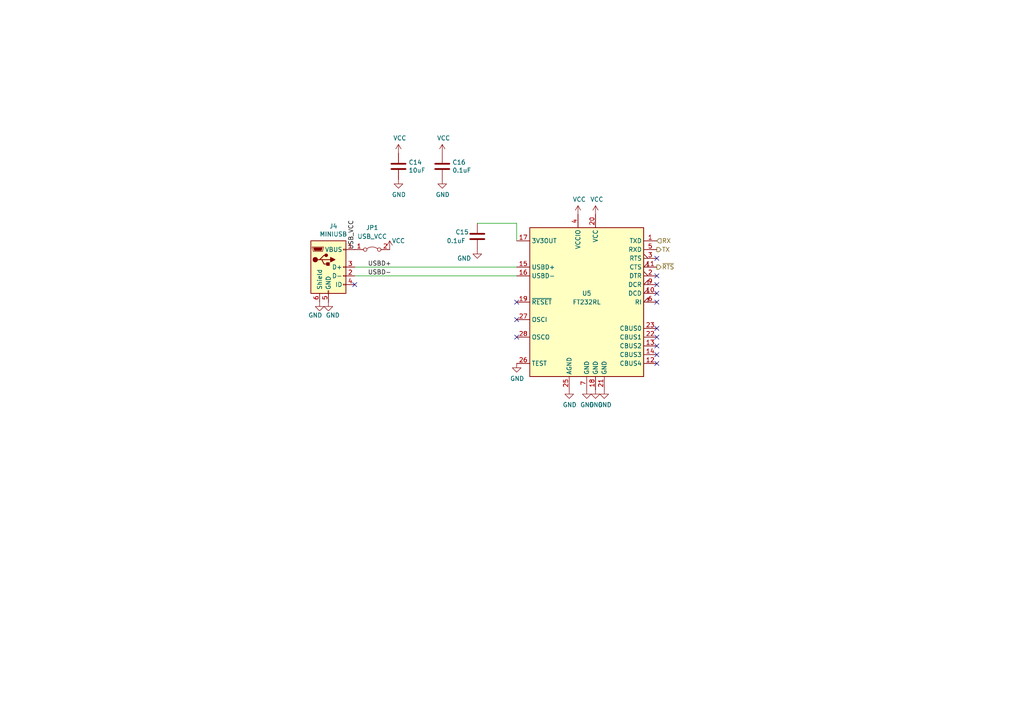
<source format=kicad_sch>
(kicad_sch (version 20211123) (generator eeschema)
  (paper "A4")
  (lib_symbols
    (symbol "Device:C" (pin_numbers hide) (pin_names (offset 0.254))
      (property "Reference" "C" (at 0.635 2.54 0))
      (property "Value" "C" (at 0.635 -2.54 0))
      (symbol "C_0_1"
        (polyline (pts (xy -2.032 -0.762) (xy 2.032 -0.762)) (stroke (width 0.508)))
        (polyline (pts (xy -2.032 0.762) (xy 2.032 0.762)) (stroke (width 0.508)))
      )
      (symbol "C_1_1"
        (pin passive line (at 0 3.81 270) (length 2.794) (name "~") (number "1"))
        (pin passive line (at 0 -3.81 90) (length 2.794) (name "~") (number "2"))
      )
    )
    (symbol "Interface_USB:FT232RL"
      (property "Reference" "U" (at -16.51 22.86 0))
      (property "Value" "FT232RL" (at 10.16 22.86 0))
      (symbol "FT232RL_0_1"
        (rectangle (start -16.51 21.59) (end 16.51 -21.59) (stroke (width 0.254)) (fill (type background)))
      )
      (symbol "FT232RL_1_1"
        (pin output line (at 20.32 17.78 180) (length 3.81) (name "TXD") (number "1"))
        (pin input input_low (at 20.32 2.54 180) (length 3.81) (name "DCD") (number "10"))
        (pin input input_low (at 20.32 10.16 180) (length 3.81) (name "CTS") (number "11"))
        (pin bidirectional line (at 20.32 -17.78 180) (length 3.81) (name "CBUS4") (number "12"))
        (pin bidirectional line (at 20.32 -12.7 180) (length 3.81) (name "CBUS2") (number "13"))
        (pin bidirectional line (at 20.32 -15.24 180) (length 3.81) (name "CBUS3") (number "14"))
        (pin bidirectional line (at -20.32 10.16 0) (length 3.81) (name "USBD+") (number "15"))
        (pin bidirectional line (at -20.32 7.62 0) (length 3.81) (name "USBD-") (number "16"))
        (pin power_out line (at -20.32 17.78 0) (length 3.81) (name "3V3OUT") (number "17"))
        (pin power_in line (at 2.54 -25.4 90) (length 3.81) (name "GND") (number "18"))
        (pin input line (at -20.32 0 0) (length 3.81) (name "~{RESET}") (number "19"))
        (pin output output_low (at 20.32 7.62 180) (length 3.81) (name "DTR") (number "2"))
        (pin power_in line (at 2.54 25.4 270) (length 3.81) (name "VCC") (number "20"))
        (pin power_in line (at 5.08 -25.4 90) (length 3.81) (name "GND") (number "21"))
        (pin bidirectional line (at 20.32 -10.16 180) (length 3.81) (name "CBUS1") (number "22"))
        (pin bidirectional line (at 20.32 -7.62 180) (length 3.81) (name "CBUS0") (number "23"))
        (pin power_in line (at -5.08 -25.4 90) (length 3.81) (name "AGND") (number "25"))
        (pin input line (at -20.32 -17.78 0) (length 3.81) (name "TEST") (number "26"))
        (pin input line (at -20.32 -5.08 0) (length 3.81) (name "OSCI") (number "27"))
        (pin output line (at -20.32 -10.16 0) (length 3.81) (name "OSCO") (number "28"))
        (pin output output_low (at 20.32 12.7 180) (length 3.81) (name "RTS") (number "3"))
        (pin power_in line (at -2.54 25.4 270) (length 3.81) (name "VCCIO") (number "4"))
        (pin input line (at 20.32 15.24 180) (length 3.81) (name "RXD") (number "5"))
        (pin input input_low (at 20.32 0 180) (length 3.81) (name "RI") (number "6"))
        (pin power_in line (at 0 -25.4 90) (length 3.81) (name "GND") (number "7"))
        (pin input input_low (at 20.32 5.08 180) (length 3.81) (name "DCR") (number "9"))
      )
    )
    (symbol "Jumper:Jumper_2_Bridged" (pin_names (offset 0) hide)
      (property "Reference" "JP" (at 0 1.905 0))
      (property "Value" "Jumper_2_Bridged" (at 0 -2.54 0))
      (symbol "Jumper_2_Bridged_0_0"
        (circle (center -2.032 0) (radius 0.508))
        (circle (center 2.032 0) (radius 0.508))
      )
      (symbol "Jumper_2_Bridged_0_1"
        (arc (start 1.524 0.254) (mid 0 0.762) (end -1.524 0.254))
      )
      (symbol "Jumper_2_Bridged_1_1"
        (pin passive line (at -5.08 0 0) (length 2.54) (name "A") (number "1"))
        (pin passive line (at 5.08 0 180) (length 2.54) (name "B") (number "2"))
      )
    )
    (symbol "hobgoblin_v1-rescue:USB_B_Mini-Connector" (pin_names (offset 1.016))
      (property "Reference" "J" (at -5.08 11.43 0))
      (property "Value" "USB_B_Mini-Connector" (at -5.08 8.89 0))
      (symbol "USB_B_Mini-Connector_0_1"
        (rectangle (start -5.08 -7.62) (end 5.08 7.62) (stroke (width 0.254)) (fill (type background)))
        (circle (center -3.81 2.159) (radius 0.635) (stroke (width 0.254)) (fill (type outline)))
        (circle (center -0.635 3.429) (radius 0.381) (stroke (width 0.254)) (fill (type outline)))
        (rectangle (start -0.127 -7.62) (end 0.127 -6.858))
        (polyline (pts (xy -1.905 2.159) (xy 0.635 2.159)) (stroke (width 0.254)))
        (polyline (pts (xy -3.175 2.159) (xy -2.54 2.159) (xy -1.27 3.429) (xy -0.635 3.429)) (stroke (width 0.254)))
        (polyline (pts (xy -2.54 2.159) (xy -1.905 2.159) (xy -1.27 0.889) (xy 0 0.889)) (stroke (width 0.254)))
        (polyline (pts (xy 0.635 2.794) (xy 0.635 1.524) (xy 1.905 2.159) (xy 0.635 2.794)) (stroke (width 0.254)) (fill (type outline)))
        (polyline (pts (xy -4.318 5.588) (xy -1.778 5.588) (xy -2.032 4.826) (xy -4.064 4.826) (xy -4.318 5.588)) (fill (type outline)))
        (polyline (pts (xy -4.699 5.842) (xy -4.699 5.588) (xy -4.445 4.826) (xy -4.445 4.572) (xy -1.651 4.572) (xy -1.651 4.826) (xy -1.397 5.588) (xy -1.397 5.842) (xy -4.699 5.842)))
        (rectangle (start 0.254 1.27) (end -0.508 0.508) (stroke (width 0.254)) (fill (type outline)))
        (rectangle (start 5.08 -5.207) (end 4.318 -4.953))
        (rectangle (start 5.08 -2.667) (end 4.318 -2.413))
        (rectangle (start 5.08 -0.127) (end 4.318 0.127))
        (rectangle (start 5.08 4.953) (end 4.318 5.207))
      )
      (symbol "USB_B_Mini-Connector_1_1"
        (pin power_out line (at 7.62 5.08 180) (length 2.54) (name "VBUS") (number "1"))
        (pin passive line (at 7.62 -2.54 180) (length 2.54) (name "D-") (number "2"))
        (pin passive line (at 7.62 0 180) (length 2.54) (name "D+") (number "3"))
        (pin passive line (at 7.62 -5.08 180) (length 2.54) (name "ID") (number "4"))
        (pin power_out line (at 0 -10.16 90) (length 2.54) (name "GND") (number "5"))
        (pin passive line (at -2.54 -10.16 90) (length 2.54) (name "Shield") (number "6"))
      )
    )
    (symbol "power:GND" (power) (pin_names (offset 0))
      (property "Value" "GND" (at 0 -3.81 0))
      (symbol "GND_0_1"
        (polyline (pts (xy 0 0) (xy 0 -1.27) (xy 1.27 -1.27) (xy 0 -2.54) (xy -1.27 -1.27) (xy 0 -1.27)))
      )
      (symbol "GND_1_1"
        (pin power_in line (at 0 0 270) (length 0) hide (name "GND") (number "1"))
      )
    )
    (symbol "power:VCC" (power) (pin_names (offset 0))
      (property "Value" "VCC" (at 0 3.81 0))
      (symbol "VCC_0_1"
        (polyline (pts (xy -0.762 1.27) (xy 0 2.54)))
        (polyline (pts (xy 0 0) (xy 0 2.54)))
        (polyline (pts (xy 0 2.54) (xy 0.762 1.27)))
      )
      (symbol "VCC_1_1"
        (pin power_in line (at 0 0 90) (length 0) hide (name "VCC") (number "1"))
      )
    )
  )
  (no_connect (at 190.5 87.63))
  (no_connect (at 190.5 74.93))
  (no_connect (at 190.5 97.79))
  (no_connect (at 149.86 87.63))
  (no_connect (at 190.5 100.33))
  (no_connect (at 102.87 82.55))
  (no_connect (at 149.86 92.71))
  (no_connect (at 190.5 102.87))
  (no_connect (at 190.5 85.09))
  (no_connect (at 149.86 97.79))
  (no_connect (at 190.5 82.55))
  (no_connect (at 190.5 80.01))
  (no_connect (at 190.5 95.25))
  (no_connect (at 190.5 105.41))
  (wire (pts (xy 102.87 77.47) (xy 149.86 77.47)))
  (wire (pts (xy 102.87 80.01) (xy 149.86 80.01)))
  (wire (pts (xy 149.86 64.77) (xy 149.86 69.85)))
  (wire (pts (xy 138.43 64.77) (xy 149.86 64.77)))
  (label "USB_VCC" (at 102.87 72.39 90))
  (label "USBD-" (at 106.68 80.01 0))
  (label "USBD+" (at 106.68 77.47 0))
  (hierarchical_label "~{RTS}" (shape output) (at 190.5 77.47 0))
  (hierarchical_label "RX" (shape input) (at 190.5 69.85 0))
  (hierarchical_label "TX" (shape output) (at 190.5 72.39 0))
  (symbol (lib_id "hobgoblin_v1-rescue:USB_B_Mini-Connector") (at 95.25 77.47 0) (unit 1)
    (property "Reference" "J4" (at 96.6978 65.6082 0))
    (property "Value" "MINIUSB" (at 96.6978 67.9196 0))
    (property "Footprint" "Connector_USB:USB_Mini-B_Lumberg_2486_01_Horizontal" (effects hide))
  )
  (symbol (lib_id "power:VCC") (at 113.03 72.39 0) (unit 1)
    (property "Reference" "#PWR0103" (effects hide))
    (property "Value" "VCC" (at 115.57 69.85 0))
  )
  (symbol (lib_id "Interface_USB:FT232RL") (at 170.18 87.63 0) (unit 1)
    (property "Reference" "U5" (at 170.18 85.09 0))
    (property "Value" "FT232RL" (at 170.18 87.63 0))
    (property "Footprint" "Package_SO:SSOP-28_5.3x10.2mm_P0.65mm" (effects hide))
    (property "Datasheet" "https://www.ftdichip.com/Support/Documents/DataSheets/ICs/DS_FT232R.pdf" (effects hide))
  )
  (symbol (lib_id "power:VCC") (at 167.64 62.23 0) (unit 1)
    (property "Reference" "#PWR063" (effects hide))
    (property "Value" "VCC" (at 168.021 57.8358 0))
  )
  (symbol (lib_id "power:VCC") (at 172.72 62.23 0) (unit 1)
    (property "Reference" "#PWR065" (effects hide))
    (property "Value" "VCC" (at 173.101 57.8358 0))
  )
  (symbol (lib_id "power:GND") (at 175.26 113.03 0) (unit 1)
    (property "Reference" "#PWR067" (effects hide))
    (property "Value" "GND" (at 175.387 117.4242 0))
  )
  (symbol (lib_id "power:GND") (at 172.72 113.03 0) (unit 1)
    (property "Reference" "#PWR066" (effects hide))
    (property "Value" "GND" (at 172.847 117.4242 0))
  )
  (symbol (lib_id "power:GND") (at 170.18 113.03 0) (unit 1)
    (property "Reference" "#PWR064" (effects hide))
    (property "Value" "GND" (at 170.307 117.4242 0))
  )
  (symbol (lib_id "power:GND") (at 165.1 113.03 0) (unit 1)
    (property "Reference" "#PWR062" (effects hide))
    (property "Value" "GND" (at 165.227 117.4242 0))
  )
  (symbol (lib_id "power:GND") (at 149.86 105.41 0) (unit 1)
    (property "Reference" "#PWR061" (effects hide))
    (property "Value" "GND" (at 149.987 109.8042 0))
  )
  (symbol (lib_id "power:GND") (at 95.25 87.63 0) (unit 1)
    (property "Reference" "#PWR0106" (effects hide))
    (property "Value" "GND" (at 96.52 91.44 0))
  )
  (symbol (lib_id "power:GND") (at 92.71 87.63 0) (unit 1)
    (property "Reference" "#PWR0105" (effects hide))
    (property "Value" "GND" (at 91.44 91.44 0))
  )
  (symbol (lib_id "Device:C") (at 138.43 68.58 180) (unit 1)
    (property "Reference" "C15" (at 132.08 67.31 0) (effects (justify right)))
    (property "Value" "0.1uF" (at 129.54 69.85 0) (effects (justify right)))
    (property "Footprint" "Capacitor_THT:C_Disc_D3.8mm_W2.6mm_P2.50mm" (effects hide))
  )
  (symbol (lib_id "power:GND") (at 138.43 72.39 0) (unit 1)
    (property "Reference" "#PWR060" (effects hide))
    (property "Value" "GND" (at 134.62 74.93 0))
  )
  (symbol (lib_id "Device:C") (at 115.57 48.26 0) (unit 1)
    (property "Reference" "C14" (at 118.491 47.0916 0) (effects (justify left)))
    (property "Value" "10uF" (at 118.491 49.403 0) (effects (justify left)))
    (property "Footprint" "Capacitor_THT:CP_Radial_D4.0mm_P1.50mm" (effects hide))
  )
  (symbol (lib_id "power:VCC") (at 115.57 44.45 0) (unit 1)
    (property "Reference" "#PWR0104" (effects hide))
    (property "Value" "VCC" (at 115.951 40.0558 0))
  )
  (symbol (lib_id "power:GND") (at 115.57 52.07 0) (unit 1)
    (property "Reference" "#PWR057" (effects hide))
    (property "Value" "GND" (at 115.697 56.4642 0))
  )
  (symbol (lib_id "Device:C") (at 128.27 48.26 0) (unit 1)
    (property "Reference" "C16" (at 131.191 47.0916 0) (effects (justify left)))
    (property "Value" "0.1uF" (at 131.191 49.403 0) (effects (justify left)))
    (property "Footprint" "Capacitor_THT:C_Disc_D3.8mm_W2.6mm_P2.50mm" (effects hide))
  )
  (symbol (lib_id "power:VCC") (at 128.27 44.45 0) (unit 1)
    (property "Reference" "#PWR058" (effects hide))
    (property "Value" "VCC" (at 128.651 40.0558 0))
  )
  (symbol (lib_id "power:GND") (at 128.27 52.07 0) (unit 1)
    (property "Reference" "#PWR059" (effects hide))
    (property "Value" "GND" (at 128.397 56.4642 0))
  )
  (symbol (lib_id "Jumper:Jumper_2_Bridged") (at 107.95 72.39 0) (unit 1)
    (property "Reference" "JP1" (at 107.95 66.04 0))
    (property "Value" "USB_VCC" (at 107.95 68.58 0))
    (property "Footprint" "Connector_PinSocket_2.54mm:PinSocket_1x02_P2.54mm_Vertical" (effects hide))
  )
)
</source>
